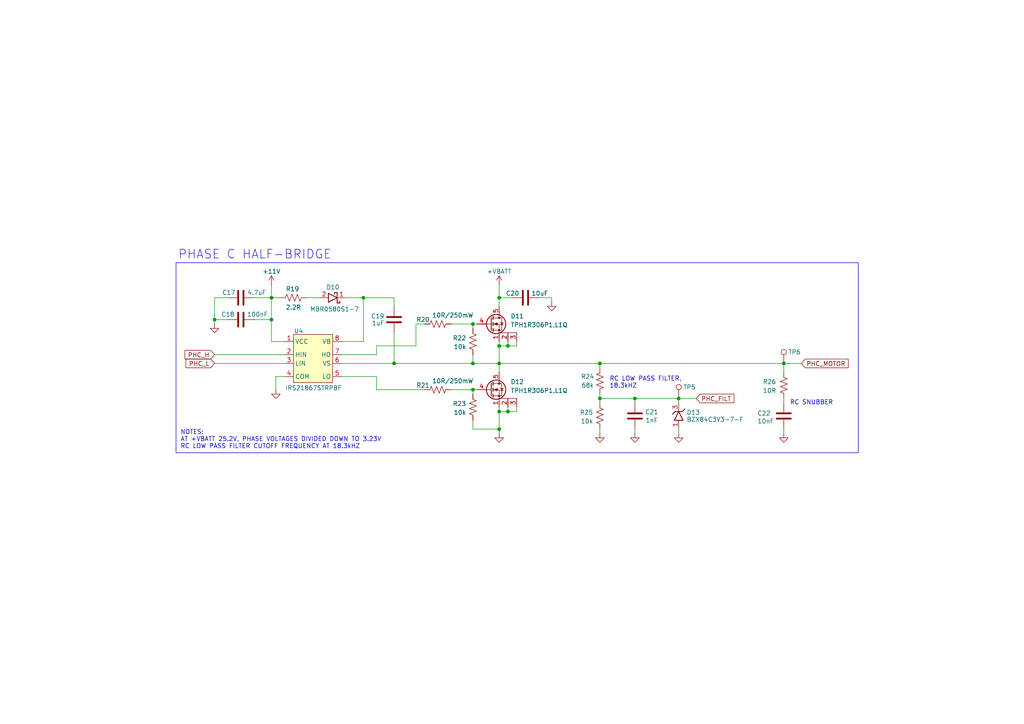
<source format=kicad_sch>
(kicad_sch (version 20231120) (generator "eeschema") (generator_version "8.0")
  (paper "A4")
  (title_block (title "PHASE C HALF-BRIDGE") (date "2025-12-20") (rev "A") (comment 1 "REVIEWED BY:") (comment 3 "GITHUB: /nikphillydev") (comment 4 "DRAWN BY: N.PHILIPENKO") (comment 5 "SIGNED:"))
  (lib_symbols
    (symbol "Connector:TestPoint" (pin_numbers hide) (pin_names (offset 0.762) hide)
      (property "Reference" "TP" (at 0 6.858 0))
      (property "Value" "TestPoint" (at 0 5.08 0))
      (symbol "TestPoint_0_1"
        (circle (center 0 3.302) (radius 0.762))
      )
      (symbol "TestPoint_1_1"
        (pin passive line (at 0 0 90) (length 2.54) (name "1") (number "1"))
      )
    )
    (symbol "Device:C" (pin_numbers hide) (pin_names (offset 0.254))
      (property "Reference" "C" (at 0.635 2.54 0))
      (property "Value" "C" (at 0.635 -2.54 0))
      (symbol "C_0_1"
        (polyline (pts (xy -2.032 -0.762) (xy 2.032 -0.762)) (stroke (width 0.508)))
        (polyline (pts (xy -2.032 0.762) (xy 2.032 0.762)) (stroke (width 0.508)))
      )
      (symbol "C_1_1"
        (pin passive line (at 0 3.81 270) (length 2.794) (name "~") (number "1"))
        (pin passive line (at 0 -3.81 90) (length 2.794) (name "~") (number "2"))
      )
    )
    (symbol "Device:R_US" (pin_numbers hide) (pin_names (offset 0))
      (property "Reference" "R" (at 2.54 0 90))
      (property "Value" "R_US" (at -2.54 0 90))
      (symbol "R_US_0_1"
        (polyline (pts (xy 0 -2.286) (xy 0 -2.54)))
        (polyline (pts (xy 0 2.286) (xy 0 2.54)))
        (polyline (pts (xy 0 -0.762) (xy 1.016 -1.143) (xy 0 -1.524) (xy -1.016 -1.905) (xy 0 -2.286)))
        (polyline (pts (xy 0 0.762) (xy 1.016 0.381) (xy 0 0) (xy -1.016 -0.381) (xy 0 -0.762)))
        (polyline (pts (xy 0 2.286) (xy 1.016 1.905) (xy 0 1.524) (xy -1.016 1.143) (xy 0 0.762)))
      )
      (symbol "R_US_1_1"
        (pin passive line (at 0 3.81 270) (length 1.27) (name "~") (number "1"))
        (pin passive line (at 0 -3.81 90) (length 1.27) (name "~") (number "2"))
      )
    )
    (symbol "Diodes:N-MOSFET_ENHANCED_POWER" (pin_names hide)
      (property "Value" "N-MOSFET_POWER" (at 12.192 2.54 0))
      (symbol "N-MOSFET_ENHANCED_POWER_0_1"
        (polyline (pts (xy -1.016 0) (xy -3.81 0)))
        (polyline (pts (xy -1.016 1.905) (xy -1.016 -1.905)) (stroke (width 0.254)))
        (polyline (pts (xy -0.508 -1.27) (xy -0.508 -2.286)) (stroke (width 0.254)))
        (polyline (pts (xy -0.508 0.508) (xy -0.508 -0.508)) (stroke (width 0.254)))
        (polyline (pts (xy -0.508 2.286) (xy -0.508 1.27)) (stroke (width 0.254)))
        (polyline (pts (xy 1.27 2.54) (xy 1.27 1.778)))
        (polyline (pts (xy 1.27 -2.54) (xy 1.27 0) (xy -0.508 0)))
        (polyline (pts (xy 1.27 -2.54) (xy 3.81 -2.54) (xy 6.35 -2.54)))
        (polyline (pts (xy -0.508 -1.778) (xy 2.032 -1.778) (xy 2.032 1.778) (xy -0.508 1.778)))
        (polyline (pts (xy -0.254 0) (xy 0.762 0.381) (xy 0.762 -0.381) (xy -0.254 0)) (fill (type outline)))
        (polyline (pts (xy 1.524 0.508) (xy 1.651 0.381) (xy 2.413 0.381) (xy 2.54 0.254)))
        (polyline (pts (xy 2.032 0.381) (xy 1.651 -0.254) (xy 2.413 -0.254) (xy 2.032 0.381)))
        (circle (center 0.381 0) (radius 2.794) (stroke (width 0.254)))
        (circle (center 1.27 -1.778) (radius 0.254) (fill (type outline)))
        (circle (center 1.27 1.778) (radius 0.254) (fill (type outline)))
      )
      (symbol "N-MOSFET_ENHANCED_POWER_1_0"
        (pin passive line (at -5.08 0 0) (length 2.54) (name "G") (number "4"))
        (pin passive line (at 1.27 5.08 270) (length 2.54) (name "D") (number "5"))
      )
      (symbol "N-MOSFET_ENHANCED_POWER_1_1"
        (pin passive line (at 1.27 -5.08 90) (length 2.54) (name "S") (number "1"))
        (pin passive line (at 3.81 -5.08 90) (length 2.54) (name "S") (number "2"))
        (pin passive line (at 6.35 -5.08 90) (length 2.54) (name "S") (number "3"))
      )
    )
    (symbol "Diodes:SCHOTTKY" (pin_names hide)
      (property "Reference" "D" (at 3.556 -1.27 0))
      (symbol "SCHOTTKY_0_1"
        (polyline (pts (xy 1.27 -1.27) (xy -1.27 -1.27) (xy 0 1.27) (xy 1.27 -1.27)) (stroke (width 0.254)))
        (polyline (pts (xy -1.016 0.508) (xy -1.524 0.508) (xy -1.524 1.27) (xy 1.524 1.27) (xy 1.524 2.032) (xy 1.016 2.032)) (stroke (width 0.254)))
      )
      (symbol "SCHOTTKY_1_1"
        (pin passive line (at 0 3.81 270) (length 2.54) (name "K") (number "1"))
        (pin passive line (at 0 -3.81 90) (length 2.54) (name "A") (number "2"))
      )
    )
    (symbol "Diodes:ZENER" (pin_names hide)
      (property "Reference" "D22" (at 2.54 1.0161 0))
      (property "Value" "~" (at 2.54 -0.889 0))
      (symbol "ZENER_0_1"
        (polyline (pts (xy -1.27 -1.27) (xy 1.27 -1.27) (xy 0 1.27) (xy -1.27 -1.27)) (stroke (width 0.254)))
      )
      (symbol "ZENER_1_1"
        (polyline (pts (xy -1.016 1.27) (xy -1.778 0.508)) (stroke (width 0.254)))
        (polyline (pts (xy -1.016 1.27) (xy 1.016 1.27) (xy 1.778 2.032)) (stroke (width 0.254)))
        (pin passive line (at 0 -3.81 90) (length 2.54) (name "A") (number "1"))
        (pin passive line (at 0 3.81 270) (length 2.54) (name "K") (number "3"))
      )
    )
    (symbol "ICs:IRS21867S"
      (property "Reference" "U" (at -2.794 9.398 0))
      (property "Value" "IRS21867S" (at 2.032 -6.858 0))
      (symbol "IRS21867S_0_0"
        (pin power_in line (at -6.35 6.35 0) (length 2.54) (name "VCC") (number "1"))
        (pin passive line (at -6.35 2.54 0) (length 2.54) (name "HIN") (number "2"))
        (pin passive line (at -6.35 0 0) (length 2.54) (name "LIN") (number "3"))
        (pin passive line (at -6.35 -3.81 0) (length 2.54) (name "COM") (number "4"))
        (pin passive line (at 10.16 -3.81 180) (length 2.54) (name "LO") (number "5"))
        (pin passive line (at 10.16 0 180) (length 2.54) (name "VS") (number "6"))
        (pin passive line (at 10.16 2.54 180) (length 2.54) (name "HO") (number "7"))
        (pin passive line (at 10.16 6.35 180) (length 2.54) (name "VB") (number "8"))
      )
      (symbol "IRS21867S_1_1"
        (rectangle (start -3.81 8.382) (end 7.62 -5.588) (fill (type background)))
      )
    )
    (symbol "power:+3.3V" (power) (pin_numbers hide) (pin_names (offset 0) hide)
      (property "Value" "+3.3V" (at 0 3.556 0))
      (symbol "+3.3V_0_1"
        (polyline (pts (xy -0.762 1.27) (xy 0 2.54)))
        (polyline (pts (xy 0 0) (xy 0 2.54)))
        (polyline (pts (xy 0 2.54) (xy 0.762 1.27)))
      )
      (symbol "+3.3V_1_1"
        (pin power_in line (at 0 0 90) (length 0) (name "~") (number "1"))
      )
    )
    (symbol "power:GND" (power) (pin_numbers hide) (pin_names (offset 0) hide)
      (property "Value" "GND" (at 0 -3.81 0))
      (symbol "GND_0_1"
        (polyline (pts (xy 0 0) (xy 0 -1.27) (xy 1.27 -1.27) (xy 0 -2.54) (xy -1.27 -1.27) (xy 0 -1.27)))
      )
      (symbol "GND_1_1"
        (pin power_in line (at 0 0 270) (length 0) (name "~") (number "1"))
      )
    )
  )
  (junction (at 184.15 115.57))
  (junction (at 227.33 105.41))
  (junction (at 114.3 105.41))
  (junction (at 137.16 105.41))
  (junction (at 147.32 100.33))
  (junction (at 144.78 86.36))
  (junction (at 173.99 115.57))
  (junction (at 144.78 105.41))
  (junction (at 62.23 92.71))
  (junction (at 137.16 93.98))
  (junction (at 137.16 113.03))
  (junction (at 105.41 86.36))
  (junction (at 147.32 119.38))
  (junction (at 144.78 124.46))
  (junction (at 173.99 105.41))
  (junction (at 78.74 92.71))
  (junction (at 144.78 119.38))
  (junction (at 196.85 115.57))
  (junction (at 144.78 100.33))
  (junction (at 78.74 86.36))
  (wire (pts (xy 62.23 105.41) (xy 82.55 105.41)))
  (wire (pts (xy 137.16 113.03) (xy 137.16 114.3)))
  (wire (pts (xy 99.06 105.41) (xy 114.3 105.41)))
  (wire (pts (xy 78.74 86.36) (xy 78.74 92.71)))
  (wire (pts (xy 109.22 102.87) (xy 99.06 102.87)))
  (wire (pts (xy 137.16 102.87) (xy 137.16 105.41)))
  (wire (pts (xy 105.41 86.36) (xy 114.3 86.36)))
  (wire (pts (xy 173.99 105.41) (xy 227.33 105.41)))
  (wire (pts (xy 144.78 86.36) (xy 148.59 86.36)))
  (wire (pts (xy 66.04 86.36) (xy 62.23 86.36)))
  (wire (pts (xy 137.16 93.98) (xy 137.16 95.25)))
  (wire (pts (xy 144.78 82.55) (xy 144.78 86.36)))
  (wire (pts (xy 173.99 114.3) (xy 173.99 115.57)))
  (wire (pts (xy 99.06 109.22) (xy 109.22 109.22)))
  (wire (pts (xy 137.16 121.92) (xy 137.16 124.46)))
  (wire (pts (xy 144.78 119.38) (xy 147.32 119.38)))
  (wire (pts (xy 173.99 124.46) (xy 173.99 125.73)))
  (wire (pts (xy 144.78 99.06) (xy 144.78 100.33)))
  (wire (pts (xy 149.86 100.33) (xy 147.32 100.33)))
  (wire (pts (xy 109.22 100.33) (xy 109.22 102.87)))
  (wire (pts (xy 144.78 100.33) (xy 144.78 105.41)))
  (wire (pts (xy 227.33 124.46) (xy 227.33 125.73)))
  (wire (pts (xy 147.32 99.06) (xy 147.32 100.33)))
  (wire (pts (xy 196.85 115.57) (xy 196.85 116.84)))
  (wire (pts (xy 196.85 124.46) (xy 196.85 125.73)))
  (wire (pts (xy 160.02 86.36) (xy 160.02 87.63)))
  (wire (pts (xy 82.55 109.22) (xy 80.01 109.22)))
  (wire (pts (xy 120.65 93.98) (xy 120.65 100.33)))
  (wire (pts (xy 196.85 115.57) (xy 201.93 115.57)))
  (wire (pts (xy 114.3 105.41) (xy 137.16 105.41)))
  (wire (pts (xy 147.32 118.11) (xy 147.32 119.38)))
  (wire (pts (xy 227.33 105.41) (xy 227.33 107.95)))
  (wire (pts (xy 66.04 92.71) (xy 62.23 92.71)))
  (wire (pts (xy 73.66 92.71) (xy 78.74 92.71)))
  (wire (pts (xy 130.81 113.03) (xy 137.16 113.03)))
  (wire (pts (xy 156.21 86.36) (xy 160.02 86.36)))
  (wire (pts (xy 147.32 119.38) (xy 149.86 119.38)))
  (wire (pts (xy 130.81 93.98) (xy 137.16 93.98)))
  (wire (pts (xy 144.78 118.11) (xy 144.78 119.38)))
  (wire (pts (xy 100.33 86.36) (xy 105.41 86.36)))
  (wire (pts (xy 227.33 105.41) (xy 232.41 105.41)))
  (wire (pts (xy 149.86 118.11) (xy 149.86 119.38)))
  (wire (pts (xy 144.78 86.36) (xy 144.78 88.9)))
  (wire (pts (xy 227.33 115.57) (xy 227.33 116.84)))
  (wire (pts (xy 99.06 99.06) (xy 105.41 99.06)))
  (wire (pts (xy 120.65 93.98) (xy 123.19 93.98)))
  (wire (pts (xy 73.66 86.36) (xy 78.74 86.36)))
  (wire (pts (xy 184.15 115.57) (xy 184.15 116.84)))
  (wire (pts (xy 62.23 102.87) (xy 82.55 102.87)))
  (wire (pts (xy 173.99 115.57) (xy 184.15 115.57)))
  (wire (pts (xy 78.74 86.36) (xy 81.28 86.36)))
  (wire (pts (xy 149.86 99.06) (xy 149.86 100.33)))
  (wire (pts (xy 105.41 86.36) (xy 105.41 99.06)))
  (wire (pts (xy 173.99 105.41) (xy 173.99 106.68)))
  (wire (pts (xy 173.99 115.57) (xy 173.99 116.84)))
  (wire (pts (xy 144.78 100.33) (xy 147.32 100.33)))
  (wire (pts (xy 144.78 105.41) (xy 173.99 105.41)))
  (wire (pts (xy 114.3 86.36) (xy 114.3 88.9)))
  (wire (pts (xy 144.78 105.41) (xy 144.78 107.95)))
  (wire (pts (xy 78.74 92.71) (xy 78.74 99.06)))
  (wire (pts (xy 80.01 109.22) (xy 80.01 113.03)))
  (wire (pts (xy 109.22 109.22) (xy 109.22 113.03)))
  (wire (pts (xy 137.16 113.03) (xy 138.43 113.03)))
  (wire (pts (xy 196.85 115.57) (xy 184.15 115.57)))
  (wire (pts (xy 62.23 86.36) (xy 62.23 92.71)))
  (wire (pts (xy 88.9 86.36) (xy 92.71 86.36)))
  (wire (pts (xy 109.22 100.33) (xy 120.65 100.33)))
  (wire (pts (xy 184.15 124.46) (xy 184.15 125.73)))
  (wire (pts (xy 82.55 99.06) (xy 78.74 99.06)))
  (wire (pts (xy 137.16 124.46) (xy 144.78 124.46)))
  (wire (pts (xy 144.78 124.46) (xy 144.78 125.73)))
  (wire (pts (xy 78.74 82.55) (xy 78.74 86.36)))
  (wire (pts (xy 114.3 96.52) (xy 114.3 105.41)))
  (wire (pts (xy 137.16 93.98) (xy 138.43 93.98)))
  (wire (pts (xy 109.22 113.03) (xy 123.19 113.03)))
  (wire (pts (xy 137.16 105.41) (xy 144.78 105.41)))
  (wire (pts (xy 62.23 92.71) (xy 62.23 93.98)))
  (wire (pts (xy 144.78 119.38) (xy 144.78 124.46)))
  (rectangle (start 51.054 76.2) (end 248.92 131.318))
  (text "RC SNUBBER\n" (at 229.108 116.84 0) (effects (font (size 1.27 1.27)) (justify left)))
  (text "NOTES:\nAT +VBATT 25.2V, PHASE VOLTAGES DIVIDED DOWN TO 3.23V\nRC LOW PASS FILTER CUTOFF FREQUENCY AT 18.3kHZ" (at 52.324 127.508 0) (effects (font (size 1.27 1.27)) (justify left)))
  (text "RC LOW PASS FILTER,\n18.3kHZ\n" (at 176.784 110.998 0) (effects (font (size 1.27 1.27)) (justify left)))
  (text "PHASE C HALF-BRIDGE" (at 73.914 73.914 0) (effects (font (size 2.54 2.54))))
  (global_label "PHC_H" (shape input) (at 62.23 102.87 180) (property "Intersheetrefs" "${INTERSHEET_REFS}" (effects (hide yes))))
  (global_label "PHC_FILT" (shape input) (at 201.93 115.57 0) (property "Intersheetrefs" "${INTERSHEET_REFS}" (effects (hide yes))))
  (global_label "PHC_L" (shape input) (at 62.23 105.41 180) (property "Intersheetrefs" "${INTERSHEET_REFS}" (effects (hide yes))))
  (global_label "PHC_MOTOR" (shape input) (at 232.41 105.41 0) (property "Intersheetrefs" "${INTERSHEET_REFS}" (effects (hide yes))))
  (symbol (lib_id "Device:R_US") (at 137.16 118.11 0) (unit 1)
    (property "Reference" "R23" (at 131.318 117.094 0) (effects (justify left)))
    (property "Value" "10k" (at 131.572 119.634 0) (effects (justify left)))
    (property "Footprint" "Resistors:RES_0603_1608Metric" (effects (hide yes)))
    (property "Description" "RES 10K OHM 1% 1/10W 0603" (effects (hide yes)))
    (property "JLCPCB Part #" "C25804" (effects (hide yes)))
    (property "Manufacturer" "Stackpole Electronics Inc" (effects (hide yes)))
    (property "Manufacturer Part #" "RMCF0603FT10K0" (effects (hide yes)))
  )
  (symbol (lib_id "power:+3.3V") (at 78.74 82.55 0) (unit 1)
    (property "Reference" "#PWR28" (effects (hide yes)))
    (property "Value" "+11V" (at 78.74 78.74 0))
    (property "Description" "Power symbol creates a global label with name \"+3.3V\"" (effects (hide yes)))
  )
  (symbol (lib_id "power:GND") (at 196.85 125.73 0) (mirror y) (unit 1)
    (property "Reference" "#PWR35" (effects (hide yes)))
    (property "Value" "GND" (effects (hide yes)))
    (property "Description" "Power symbol creates a global label with name \"GND\" , ground" (effects (hide yes)))
  )
  (symbol (lib_id "ICs:IRS21867S") (at 88.9 105.41 0) (unit 1)
    (property "Reference" "U4" (at 86.614 96.012 0))
    (property "Value" "IRS21867STRPBF" (at 90.932 112.522 0))
    (property "Footprint" "ICs:SOIC-8" (effects (hide yes)))
    (property "Description" "IC GATE DRVR HALF-BRIDGE 8SOIC" (effects (hide yes)))
    (property "JLCPCB Part #" "C52290" (effects (hide yes)))
    (property "Manufacturer" "Infineon Technologies" (effects (hide yes)))
    (property "Manufacturer Part #" "IRS21867STRPBF" (effects (hide yes)))
  )
  (symbol (lib_id "power:GND") (at 173.99 125.73 0) (mirror y) (unit 1)
    (property "Reference" "#PWR33" (effects (hide yes)))
    (property "Value" "GND" (effects (hide yes)))
    (property "Description" "Power symbol creates a global label with name \"GND\" , ground" (effects (hide yes)))
  )
  (symbol (lib_id "Diodes:ZENER") (at 196.85 120.65 0) (unit 1)
    (property "Reference" "D13" (at 199.136 119.634 0) (effects (justify left)))
    (property "Value" "BZX84C3V3-7-F" (at 199.136 121.666 0) (effects (justify left)))
    (property "Footprint" "Diodes:DiodesINC_SOT23-3" (effects (hide yes)))
    (property "Description" "DIODE ZENER 3.3V 300MW SOT23-3" (effects (hide yes)))
    (property "JLCPCB Part #" "C177019" (effects (hide yes)))
    (property "Manufacturer" "Diodes Incorporated" (effects (hide yes)))
    (property "Manufacturer Part #" "BZX84C3V3-7-F" (effects (hide yes)))
  )
  (symbol (lib_id "Device:R_US") (at 127 113.03 90) (unit 1)
    (property "Reference" "R21" (at 122.682 111.76 90))
    (property "Value" "10R/250mW" (at 131.318 110.49 90))
    (property "Footprint" "Resistors:RES_0805_2012Metric" (effects (hide yes)))
    (property "Description" "RES 10 OHM 1% 1/4W 0805" (effects (hide yes)))
    (property "JLCPCB Part #" "C727983" (effects (hide yes)))
    (property "Manufacturer" "YAGEO" (effects (hide yes)))
    (property "Manufacturer Part #" "AC0805FR-7W10RL" (effects (hide yes)))
  )
  (symbol (lib_id "Device:R_US") (at 173.99 120.65 0) (unit 1)
    (property "Reference" "R25" (at 168.148 119.634 0) (effects (justify left)))
    (property "Value" "10k" (at 168.402 122.174 0) (effects (justify left)))
    (property "Footprint" "Resistors:RES_0603_1608Metric" (effects (hide yes)))
    (property "Description" "RES 10K OHM 1% 1/10W 0603" (effects (hide yes)))
    (property "JLCPCB Part #" "C25804" (effects (hide yes)))
    (property "Manufacturer" "Stackpole Electronics Inc" (effects (hide yes)))
    (property "Manufacturer Part #" "RMCF0603FT10K0" (effects (hide yes)))
  )
  (symbol (lib_id "Diodes:SCHOTTKY") (at 96.52 86.36 270) (unit 1)
    (property "Reference" "D10" (at 96.52 83.312 90))
    (property "Value" "MBR0580S1-7" (at 97.028 89.662 90))
    (property "Footprint" "Diodes:DiodesINC_SOD123" (effects (hide yes)))
    (property "Description" "DIODE SCHOTTKY 80V 500MA SOD123" (effects (hide yes)))
    (property "JLCPCB Part #" "C177047" (effects (hide yes)))
    (property "Manufacturer" "Diodes Incorporated" (effects (hide yes)))
    (property "Manufacturer Part #" "MBR0580S1-7" (effects (hide yes)))
  )
  (symbol (lib_id "power:GND") (at 227.33 125.73 0) (unit 1)
    (property "Reference" "#PWR36" (effects (hide yes)))
    (property "Value" "GND" (effects (hide yes)))
    (property "Description" "Power symbol creates a global label with name \"GND\" , ground" (effects (hide yes)))
  )
  (symbol (lib_id "Diodes:N-MOSFET_ENHANCED_POWER") (at 143.51 93.98 0) (unit 1)
    (property "Reference" "D11" (at 148.082 91.694 0) (effects (justify left)))
    (property "Value" "TPH1R306P1,L1Q" (at 148.082 94.234 0) (effects (justify left)))
    (property "Footprint" "Diodes:PQFN-8-EP_6x5mm_P1.27mm_Generic" (effects (hide yes)))
    (property "Description" "MOSFET N-CH 60V 100A 8SOP" (effects (hide yes)))
    (property "JLCPCB Part #" "C6290261" (effects (hide yes)))
    (property "Manufacturer" "Toshiba Semiconductor and Storage" (effects (hide yes)))
    (property "Manufacturer Part #" "TPH1R306P1,L1Q" (effects (hide yes)))
  )
  (symbol (lib_id "power:GND") (at 184.15 125.73 0) (mirror y) (unit 1)
    (property "Reference" "#PWR34" (effects (hide yes)))
    (property "Value" "GND" (effects (hide yes)))
    (property "Description" "Power symbol creates a global label with name \"GND\" , ground" (effects (hide yes)))
  )
  (symbol (lib_id "Connector:TestPoint") (at 227.33 105.41 0) (unit 1) (in_bom no)
    (property "Reference" "TP6" (at 228.6 102.108 0) (effects (justify left)))
    (property "Value" "TestPoint" (effects (hide yes)))
    (property "Footprint" "TestPoint:TestPoint_THTPad_D2.5mm_Drill1.2mm" (effects (hide yes)))
    (property "Description" "TEST POINT" (effects (hide yes)))
  )
  (symbol (lib_id "power:+3.3V") (at 144.78 82.55 0) (unit 1)
    (property "Reference" "#PWR30" (effects (hide yes)))
    (property "Value" "+VBATT" (at 144.78 78.74 0))
    (property "Description" "Power symbol creates a global label with name \"+3.3V\"" (effects (hide yes)))
  )
  (symbol (lib_id "power:GND") (at 80.01 113.03 0) (unit 1)
    (property "Reference" "#PWR29" (effects (hide yes)))
    (property "Value" "GND" (effects (hide yes)))
    (property "Description" "Power symbol creates a global label with name \"GND\" , ground" (effects (hide yes)))
  )
  (symbol (lib_id "Device:R_US") (at 85.09 86.36 90) (unit 1)
    (property "Reference" "R19" (at 84.836 83.82 90))
    (property "Value" "2.2R" (at 85.09 89.154 90))
    (property "Footprint" "Resistors:RES_1206_3216Metric" (effects (hide yes)))
    (property "Description" "RES SMD 2.2 OHM 1% 3/4W 1206" (effects (hide yes)))
    (property "JLCPCB Part #" "C1854860" (effects (hide yes)))
    (property "Manufacturer" "Vishay Dale" (effects (hide yes)))
    (property "Manufacturer Part #" "CRCW12062R20FKEAHP" (effects (hide yes)))
  )
  (symbol (lib_id "Device:C") (at 114.3 92.71 180) (unit 1)
    (property "Reference" "C19" (at 111.506 91.694 0) (effects (justify left)))
    (property "Value" "1uF" (at 111.506 93.726 0) (effects (justify left)))
    (property "Footprint" "Capacitors:CAP_0805_2012Metric" (effects (hide yes)))
    (property "Description" "CAP CER 1UF 50V X7R 0805" (effects (hide yes)))
    (property "JLCPCB Part #" "C28323" (effects (hide yes)))
    (property "Manufacturer" "Samsung Electro-Mechanics" (effects (hide yes)))
    (property "Manufacturer Part #" "CL21B105KBFNNNE" (effects (hide yes)))
  )
  (symbol (lib_id "Device:R_US") (at 137.16 99.06 0) (unit 1)
    (property "Reference" "R22" (at 131.318 98.044 0) (effects (justify left)))
    (property "Value" "10k" (at 131.572 100.584 0) (effects (justify left)))
    (property "Footprint" "Resistors:RES_0603_1608Metric" (effects (hide yes)))
    (property "Description" "RES 10K OHM 1% 1/10W 0603" (effects (hide yes)))
    (property "JLCPCB Part #" "C25804" (effects (hide yes)))
    (property "Manufacturer" "Stackpole Electronics Inc" (effects (hide yes)))
    (property "Manufacturer Part #" "RMCF0603FT10K0" (effects (hide yes)))
  )
  (symbol (lib_id "Connector:TestPoint") (at 196.85 115.57 0) (unit 1) (in_bom no)
    (property "Reference" "TP5" (at 198.12 112.268 0) (effects (justify left)))
    (property "Value" "TestPoint" (effects (hide yes)))
    (property "Footprint" "TestPoint:TestPoint_THTPad_D2.5mm_Drill1.2mm" (effects (hide yes)))
    (property "Description" "TEST POINT" (effects (hide yes)))
  )
  (symbol (lib_id "Device:C") (at 227.33 120.65 180) (unit 1)
    (property "Reference" "C22" (at 223.52 119.888 0) (effects (justify left)))
    (property "Value" "10nF" (at 224.536 122.174 0) (effects (justify left)))
    (property "Footprint" "Capacitors:CAP_0603_1608Metric" (effects (hide yes)))
    (property "Description" "CAP CER 10000PF 50V X7R 0603" (effects (hide yes)))
    (property "JLCPCB Part #" "C57112" (effects (hide yes)))
    (property "Manufacturer" "Samsung Electro-Mechanics" (effects (hide yes)))
    (property "Manufacturer Part #" "CL10B103KB8NNNC" (effects (hide yes)))
  )
  (symbol (lib_id "power:GND") (at 160.02 87.63 0) (unit 1)
    (property "Reference" "#PWR32" (effects (hide yes)))
    (property "Value" "GND" (effects (hide yes)))
    (property "Description" "Power symbol creates a global label with name \"GND\" , ground" (effects (hide yes)))
  )
  (symbol (lib_id "Device:C") (at 184.15 120.65 0) (mirror x) (unit 1)
    (property "Reference" "C21" (at 187.071 119.507 0) (effects (justify left)))
    (property "Value" "1nF" (at 187.198 121.92 0) (effects (justify left)))
    (property "Footprint" "Capacitors:CAP_0603_1608Metric" (effects (hide yes)))
    (property "Description" "CAP CER 1000PF 50V X7R 0603" (effects (hide yes)))
    (property "JLCPCB Part #" "C1588" (effects (hide yes)))
    (property "Manufacturer" "Samsung Electro-Mechanics" (effects (hide yes)))
    (property "Manufacturer Part #" "CL10B102KB8NNNC" (effects (hide yes)))
  )
  (symbol (lib_id "Device:R_US") (at 127 93.98 90) (unit 1)
    (property "Reference" "R20" (at 122.682 92.71 90))
    (property "Value" "10R/250mW" (at 131.318 91.44 90))
    (property "Footprint" "Resistors:RES_0805_2012Metric" (effects (hide yes)))
    (property "Description" "RES 10 OHM 1% 1/4W 0805" (effects (hide yes)))
    (property "JLCPCB Part #" "C727983" (effects (hide yes)))
    (property "Manufacturer" "YAGEO" (effects (hide yes)))
    (property "Manufacturer Part #" "AC0805FR-7W10RL" (effects (hide yes)))
  )
  (symbol (lib_id "Device:C") (at 69.85 86.36 90) (unit 1)
    (property "Reference" "C17" (at 68.326 84.836 90) (effects (justify left)))
    (property "Value" "4.7uF" (at 77.216 84.836 90) (effects (justify left)))
    (property "Footprint" "Capacitors:CAP_0805_2012Metric" (effects (hide yes)))
    (property "Description" "CAP CER 4.7UF 25V X5R 0805" (effects (hide yes)))
    (property "JLCPCB Part #" "C1779" (effects (hide yes)))
    (property "Manufacturer" "Samsung Electro-Mechanics" (effects (hide yes)))
    (property "Manufacturer Part #" "CL21A475KAQNNNE" (effects (hide yes)))
  )
  (symbol (lib_id "Device:C") (at 152.4 86.36 90) (unit 1)
    (property "Reference" "C20" (at 150.622 85.09 90) (effects (justify left)))
    (property "Value" "10uF" (at 159.004 85.09 90) (effects (justify left)))
    (property "Footprint" "Capacitors:CAP_1206_3216Metric" (effects (hide yes)))
    (property "Description" "CAP CER 10UF 50V X5R 1206" (effects (hide yes)))
    (property "JLCPCB Part #" "C13585" (effects (hide yes)))
    (property "Manufacturer" "Samsung Electro-Mechanics" (effects (hide yes)))
    (property "Manufacturer Part #" "CL31A106KBHNNNE" (effects (hide yes)))
  )
  (symbol (lib_id "power:GND") (at 144.78 125.73 0) (unit 1)
    (property "Reference" "#PWR31" (effects (hide yes)))
    (property "Value" "GND" (effects (hide yes)))
    (property "Description" "Power symbol creates a global label with name \"GND\" , ground" (effects (hide yes)))
  )
  (symbol (lib_id "power:GND") (at 62.23 93.98 0) (unit 1)
    (property "Reference" "#PWR27" (effects (hide yes)))
    (property "Value" "GND" (effects (hide yes)))
    (property "Description" "Power symbol creates a global label with name \"GND\" , ground" (effects (hide yes)))
  )
  (symbol (lib_id "Device:C") (at 69.85 92.71 90) (mirror x) (unit 1)
    (property "Reference" "C18" (at 68.072 91.186 90) (effects (justify left)))
    (property "Value" "100nF" (at 77.724 91.186 90) (effects (justify left)))
    (property "Footprint" "Capacitors:CAP_0603_1608Metric" (effects (hide yes)))
    (property "Description" "CAP CER 0.1UF 50V X7R 0603" (effects (hide yes)))
    (property "JLCPCB Part #" "C14663" (effects (hide yes)))
    (property "Manufacturer" "YAGEO" (effects (hide yes)))
    (property "Manufacturer Part #" "CC0603KRX7R9BB104" (effects (hide yes)))
  )
  (symbol (lib_id "Diodes:N-MOSFET_ENHANCED_POWER") (at 143.51 113.03 0) (unit 1)
    (property "Reference" "D12" (at 148.082 110.744 0) (effects (justify left)))
    (property "Value" "TPH1R306P1,L1Q" (at 148.082 113.284 0) (effects (justify left)))
    (property "Footprint" "Diodes:PQFN-8-EP_6x5mm_P1.27mm_Generic" (effects (hide yes)))
    (property "Description" "MOSFET N-CH 60V 100A 8SOP" (effects (hide yes)))
    (property "JLCPCB Part #" "C6290261" (effects (hide yes)))
    (property "Manufacturer" "Toshiba Semiconductor and Storage" (effects (hide yes)))
    (property "Manufacturer Part #" "TPH1R306P1,L1Q" (effects (hide yes)))
  )
  (symbol (lib_id "Device:R_US") (at 227.33 111.76 0) (unit 1)
    (property "Reference" "R26" (at 221.234 110.744 0) (effects (justify left)))
    (property "Value" "10R" (at 221.234 113.284 0) (effects (justify left)))
    (property "Footprint" "Resistors:RES_0603_1608Metric" (effects (hide yes)))
    (property "Description" "RES 10 OHM 1% 1/10W 0603" (effects (hide yes)))
    (property "JLCPCB Part #" "C22859" (effects (hide yes)))
    (property "Manufacturer" "YAGEO" (effects (hide yes)))
    (property "Manufacturer Part #" "RC0603FR-0710RL" (effects (hide yes)))
  )
  (symbol (lib_id "Device:R_US") (at 173.99 110.49 0) (mirror x) (unit 1)
    (property "Reference" "R24" (at 170.434 109.22 0))
    (property "Value" "68k" (at 170.434 111.76 0))
    (property "Footprint" "Resistors:RES_0603_1608Metric" (effects (hide yes)))
    (property "Description" "RES SMD 68K OHM 1% 1/10W 0603" (effects (hide yes)))
    (property "JLCPCB Part #" "C23231" (effects (hide yes)))
    (property "Manufacturer" "Panasonic Electronic Components" (effects (hide yes)))
    (property "Manufacturer Part #" "ERJ-3EKF6802V" (effects (hide yes)))
  )
)
</source>
